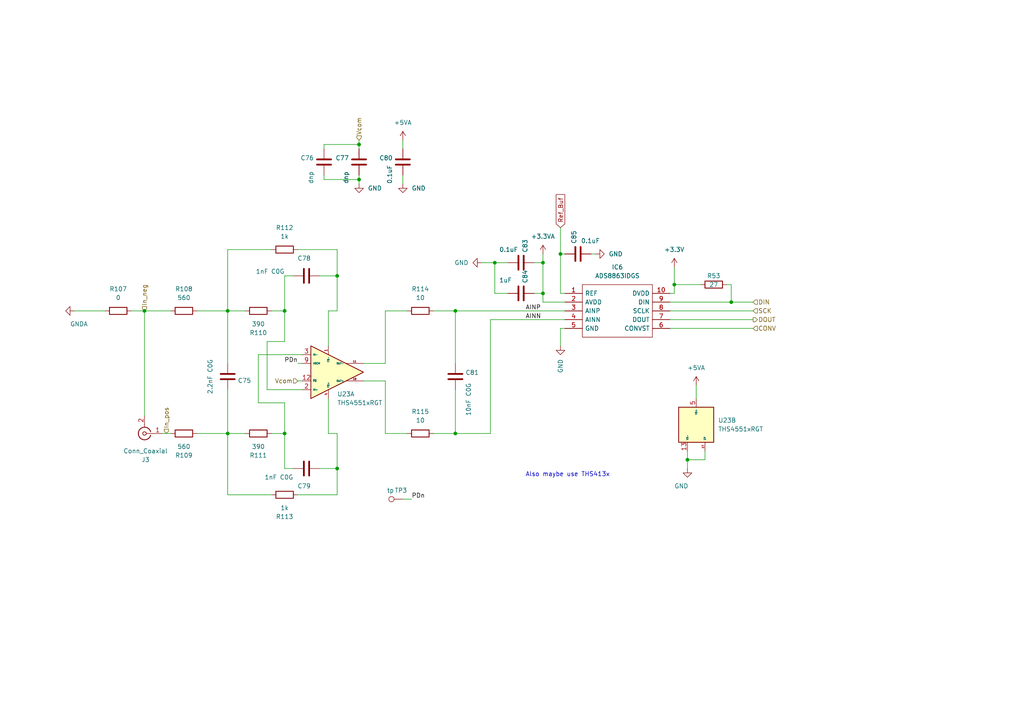
<source format=kicad_sch>
(kicad_sch (version 20211123) (generator eeschema)
  (paper "A4")
  (lib_symbols
    (symbol "Amplifier_Difference:THS4551xRGT"
      (property "Reference" "U" (at 0 6.35 0))
      (property "Value" "THS4551xRGT" (at 10.16 -6.35 0))
      (symbol "THS4551xRGT_1_1"
        (polyline (pts (xy -7.62 7.62) (xy -7.62 -7.62) (xy 7.62 0) (xy -7.62 7.62)) (stroke (width 0.254)) (fill (type background)))
        (pin output line (at -2.54 -7.62 90) (length 2.54) (name "FB-") (number "1"))
        (pin output line (at 7.62 2.54 180) (length 5.08) (name "OUT+") (number "10"))
        (pin output line (at 7.62 -2.54 180) (length 5.08) (name "OUT-") (number "11"))
        (pin input line (at -10.16 2.54 0) (length 2.54) (name "~{PD}") (number "12"))
        (pin input line (at -10.16 5.08 0) (length 2.54) (name "IN+") (number "2"))
        (pin input line (at -10.16 -5.08 0) (length 2.54) (name "IN-") (number "3"))
        (pin output line (at -2.54 7.62 270) (length 2.54) (name "FB+") (number "4"))
        (pin input line (at -10.16 -2.54 0) (length 2.54) (name "VOCM") (number "9"))
      )
      (symbol "THS4551xRGT_2_1"
        (rectangle (start -5.08 5.08) (end 5.08 -5.08) (stroke (width 0.254)) (fill (type background)))
        (pin power_in line (at -2.54 -7.62 90) (length 2.54) (name "VS-") (number "13"))
        (pin passive line (at -2.54 -7.62 90) (length 2.54) hide (name "VS-") (number "14"))
        (pin passive line (at -2.54 -7.62 90) (length 2.54) hide (name "VS-") (number "15"))
        (pin passive line (at -2.54 -7.62 90) (length 2.54) hide (name "VS-") (number "16"))
        (pin passive line (at 2.54 -7.62 90) (length 2.54) (name "EP") (number "17"))
        (pin power_in line (at 0 7.62 270) (length 2.54) (name "VS+") (number "5"))
        (pin passive line (at 0 7.62 270) (length 2.54) hide (name "VS+") (number "6"))
        (pin passive line (at 0 7.62 270) (length 2.54) hide (name "VS+") (number "7"))
        (pin passive line (at 0 7.62 270) (length 2.54) hide (name "VS+") (number "8"))
      )
    )
    (symbol "Connector:Conn_Coaxial" (pin_names (offset 1.016) hide)
      (property "Reference" "J" (at 0.254 3.048 0))
      (property "Value" "Conn_Coaxial" (at 2.921 0 90))
      (symbol "Conn_Coaxial_0_1"
        (arc (start -1.778 -0.508) (mid 0.2311 -1.8066) (end 1.778 0) (stroke (width 0.254)))
        (polyline (pts (xy -2.54 0) (xy -0.508 0)))
        (polyline (pts (xy 0 -2.54) (xy 0 -1.778)))
        (circle (center 0 0) (radius 0.508) (stroke (width 0.2032)))
        (arc (start 1.778 0) (mid 0.2099 1.8101) (end -1.778 0.508) (stroke (width 0.254)))
      )
      (symbol "Conn_Coaxial_1_1"
        (pin passive line (at -5.08 0 0) (length 2.54) (name "In") (number "1"))
        (pin passive line (at 0 -5.08 90) (length 2.54) (name "Ext") (number "2"))
      )
    )
    (symbol "Connector:TestPoint" (pin_numbers hide) (pin_names (offset 0.762) hide)
      (property "Reference" "TP" (at 0 6.858 0))
      (property "Value" "TestPoint" (at 0 5.08 0))
      (symbol "TestPoint_0_1"
        (circle (center 0 3.302) (radius 0.762))
      )
      (symbol "TestPoint_1_1"
        (pin passive line (at 0 0 90) (length 2.54) (name "1") (number "1"))
      )
    )
    (symbol "Device:C" (pin_numbers hide) (pin_names (offset 0.254))
      (property "Reference" "C" (at 0.635 2.54 0))
      (property "Value" "C" (at 0.635 -2.54 0))
      (symbol "C_0_1"
        (polyline (pts (xy -2.032 -0.762) (xy 2.032 -0.762)) (stroke (width 0.508)))
        (polyline (pts (xy -2.032 0.762) (xy 2.032 0.762)) (stroke (width 0.508)))
      )
      (symbol "C_1_1"
        (pin passive line (at 0 3.81 270) (length 2.794) (name "~") (number "1"))
        (pin passive line (at 0 -3.81 90) (length 2.794) (name "~") (number "2"))
      )
    )
    (symbol "Device:R" (pin_numbers hide) (pin_names (offset 0))
      (property "Reference" "R" (at 2.032 0 90))
      (property "Value" "R" (at 0 0 90))
      (symbol "R_0_1"
        (rectangle (start -1.016 -2.54) (end 1.016 2.54) (stroke (width 0.254)))
      )
      (symbol "R_1_1"
        (pin passive line (at 0 3.81 270) (length 1.27) (name "~") (number "1"))
        (pin passive line (at 0 -3.81 90) (length 1.27) (name "~") (number "2"))
      )
    )
    (symbol "SamacSys_Parts:ADS8863IDGS" (pin_names (offset 0.762))
      (property "Reference" "IC" (at 26.67 7.62 0))
      (property "Value" "ADS8863IDGS" (at 26.67 5.08 0))
      (symbol "ADS8863IDGS_0_0"
        (pin passive line (at 0 0 0) (length 5.08) (name "REF") (number "1"))
        (pin passive line (at 30.48 0 180) (length 5.08) (name "DVDD") (number "10"))
        (pin passive line (at 0 -2.54 0) (length 5.08) (name "AVDD") (number "2"))
        (pin passive line (at 0 -5.08 0) (length 5.08) (name "AINP") (number "3"))
        (pin passive line (at 0 -7.62 0) (length 5.08) (name "AINN") (number "4"))
        (pin passive line (at 0 -10.16 0) (length 5.08) (name "GND") (number "5"))
        (pin passive line (at 30.48 -10.16 180) (length 5.08) (name "CONVST") (number "6"))
        (pin passive line (at 30.48 -7.62 180) (length 5.08) (name "DOUT") (number "7"))
        (pin passive line (at 30.48 -5.08 180) (length 5.08) (name "SCLK") (number "8"))
        (pin passive line (at 30.48 -2.54 180) (length 5.08) (name "DIN") (number "9"))
      )
      (symbol "ADS8863IDGS_0_1"
        (polyline (pts (xy 5.08 2.54) (xy 25.4 2.54) (xy 25.4 -12.7) (xy 5.08 -12.7) (xy 5.08 2.54)) (stroke (width 0.1524)))
      )
    )
    (symbol "power:+3.3V" (power) (pin_names (offset 0))
      (property "Value" "+3.3V" (at 0 3.556 0))
      (symbol "+3.3V_0_1"
        (polyline (pts (xy -0.762 1.27) (xy 0 2.54)))
        (polyline (pts (xy 0 0) (xy 0 2.54)))
        (polyline (pts (xy 0 2.54) (xy 0.762 1.27)))
      )
      (symbol "+3.3V_1_1"
        (pin power_in line (at 0 0 90) (length 0) hide (name "+3.3V") (number "1"))
      )
    )
    (symbol "power:+3.3VA" (power) (pin_names (offset 0))
      (property "Value" "+3.3VA" (at 0 3.556 0))
      (symbol "+3.3VA_0_1"
        (polyline (pts (xy -0.762 1.27) (xy 0 2.54)))
        (polyline (pts (xy 0 0) (xy 0 2.54)))
        (polyline (pts (xy 0 2.54) (xy 0.762 1.27)))
      )
      (symbol "+3.3VA_1_1"
        (pin power_in line (at 0 0 90) (length 0) hide (name "+3.3VA") (number "1"))
      )
    )
    (symbol "power:+5VA" (power) (pin_names (offset 0))
      (property "Value" "+5VA" (at 0 3.556 0))
      (symbol "+5VA_0_1"
        (polyline (pts (xy -0.762 1.27) (xy 0 2.54)))
        (polyline (pts (xy 0 0) (xy 0 2.54)))
        (polyline (pts (xy 0 2.54) (xy 0.762 1.27)))
      )
      (symbol "+5VA_1_1"
        (pin power_in line (at 0 0 90) (length 0) hide (name "+5VA") (number "1"))
      )
    )
    (symbol "power:GND" (power) (pin_names (offset 0))
      (property "Value" "GND" (at 0 -3.81 0))
      (symbol "GND_0_1"
        (polyline (pts (xy 0 0) (xy 0 -1.27) (xy 1.27 -1.27) (xy 0 -2.54) (xy -1.27 -1.27) (xy 0 -1.27)))
      )
      (symbol "GND_1_1"
        (pin power_in line (at 0 0 270) (length 0) hide (name "GND") (number "1"))
      )
    )
    (symbol "power:GNDA" (power) (pin_names (offset 0))
      (property "Value" "GNDA" (at 0 -3.81 0))
      (symbol "GNDA_0_1"
        (polyline (pts (xy 0 0) (xy 0 -1.27) (xy 1.27 -1.27) (xy 0 -2.54) (xy -1.27 -1.27) (xy 0 -1.27)))
      )
      (symbol "GNDA_1_1"
        (pin power_in line (at 0 0 270) (length 0) hide (name "GNDA") (number "1"))
      )
    )
  )
  (junction (at 132.08 90.17))
  (junction (at 157.48 85.09))
  (junction (at 104.14 41.91))
  (junction (at 97.79 80.01))
  (junction (at 143.51 76.2))
  (junction (at 157.48 76.2))
  (junction (at 66.04 90.17))
  (junction (at 132.08 125.73))
  (junction (at 162.56 73.66))
  (junction (at 97.79 135.89))
  (junction (at 41.91 90.17))
  (junction (at 82.55 125.73))
  (junction (at 199.39 133.35))
  (junction (at 195.58 82.55))
  (junction (at 82.55 90.17))
  (junction (at 66.04 125.73))
  (junction (at 104.14 52.07))
  (junction (at 212.09 87.63))
  (wire (pts (xy 93.98 52.07) (xy 104.14 52.07)))
  (wire (pts (xy 194.31 95.25) (xy 218.44 95.25)))
  (wire (pts (xy 66.04 72.39) (xy 66.04 90.17)))
  (wire (pts (xy 199.39 133.35) (xy 199.39 130.81)))
  (wire (pts (xy 204.47 133.35) (xy 204.47 130.81)))
  (wire (pts (xy 195.58 85.09) (xy 194.31 85.09)))
  (wire (pts (xy 157.48 73.66) (xy 157.48 76.2)))
  (wire (pts (xy 119.38 144.78) (xy 116.84 144.78)))
  (wire (pts (xy 162.56 95.25) (xy 163.83 95.25)))
  (wire (pts (xy 46.99 125.73) (xy 49.53 125.73)))
  (wire (pts (xy 77.47 99.06) (xy 77.47 113.03)))
  (wire (pts (xy 95.25 125.73) (xy 97.79 125.73)))
  (wire (pts (xy 66.04 90.17) (xy 71.12 90.17)))
  (wire (pts (xy 143.51 76.2) (xy 143.51 85.09)))
  (wire (pts (xy 66.04 113.03) (xy 66.04 125.73)))
  (wire (pts (xy 93.98 41.91) (xy 104.14 41.91)))
  (wire (pts (xy 21.59 90.17) (xy 30.48 90.17)))
  (wire (pts (xy 57.15 125.73) (xy 66.04 125.73)))
  (wire (pts (xy 93.98 50.8) (xy 93.98 52.07)))
  (wire (pts (xy 95.25 90.17) (xy 97.79 90.17)))
  (wire (pts (xy 162.56 85.09) (xy 163.83 85.09)))
  (wire (pts (xy 82.55 99.06) (xy 77.47 99.06)))
  (wire (pts (xy 38.1 90.17) (xy 41.91 90.17)))
  (wire (pts (xy 132.08 113.03) (xy 132.08 125.73)))
  (wire (pts (xy 194.31 87.63) (xy 212.09 87.63)))
  (wire (pts (xy 93.98 43.18) (xy 93.98 41.91)))
  (wire (pts (xy 66.04 105.41) (xy 66.04 90.17)))
  (wire (pts (xy 163.83 73.66) (xy 162.56 73.66)))
  (wire (pts (xy 92.71 80.01) (xy 97.79 80.01)))
  (wire (pts (xy 162.56 73.66) (xy 162.56 85.09)))
  (wire (pts (xy 92.71 135.89) (xy 97.79 135.89)))
  (wire (pts (xy 82.55 116.84) (xy 82.55 125.73)))
  (wire (pts (xy 104.14 53.34) (xy 104.14 52.07)))
  (wire (pts (xy 143.51 76.2) (xy 147.32 76.2)))
  (wire (pts (xy 111.76 125.73) (xy 118.11 125.73)))
  (wire (pts (xy 111.76 90.17) (xy 118.11 90.17)))
  (wire (pts (xy 199.39 133.35) (xy 204.47 133.35)))
  (wire (pts (xy 95.25 115.57) (xy 95.25 125.73)))
  (wire (pts (xy 66.04 143.51) (xy 78.74 143.51)))
  (wire (pts (xy 77.47 113.03) (xy 87.63 113.03)))
  (wire (pts (xy 210.82 82.55) (xy 212.09 82.55)))
  (wire (pts (xy 41.91 90.17) (xy 49.53 90.17)))
  (wire (pts (xy 104.14 43.18) (xy 104.14 41.91)))
  (wire (pts (xy 132.08 90.17) (xy 132.08 105.41)))
  (wire (pts (xy 125.73 90.17) (xy 132.08 90.17)))
  (wire (pts (xy 97.79 72.39) (xy 97.79 80.01)))
  (wire (pts (xy 132.08 125.73) (xy 125.73 125.73)))
  (wire (pts (xy 105.41 105.41) (xy 111.76 105.41)))
  (wire (pts (xy 142.24 125.73) (xy 132.08 125.73)))
  (wire (pts (xy 203.2 82.55) (xy 195.58 82.55)))
  (wire (pts (xy 86.36 110.49) (xy 87.63 110.49)))
  (wire (pts (xy 157.48 76.2) (xy 154.94 76.2)))
  (wire (pts (xy 172.72 73.66) (xy 171.45 73.66)))
  (wire (pts (xy 111.76 110.49) (xy 111.76 125.73)))
  (wire (pts (xy 66.04 72.39) (xy 78.74 72.39)))
  (wire (pts (xy 195.58 82.55) (xy 195.58 85.09)))
  (wire (pts (xy 86.36 143.51) (xy 97.79 143.51)))
  (wire (pts (xy 82.55 90.17) (xy 82.55 99.06)))
  (wire (pts (xy 82.55 135.89) (xy 82.55 125.73)))
  (wire (pts (xy 194.31 90.17) (xy 218.44 90.17)))
  (wire (pts (xy 66.04 125.73) (xy 71.12 125.73)))
  (wire (pts (xy 95.25 90.17) (xy 95.25 100.33)))
  (wire (pts (xy 194.31 92.71) (xy 218.44 92.71)))
  (wire (pts (xy 78.74 125.73) (xy 82.55 125.73)))
  (wire (pts (xy 162.56 66.04) (xy 162.56 73.66)))
  (wire (pts (xy 97.79 135.89) (xy 97.79 125.73)))
  (wire (pts (xy 195.58 77.47) (xy 195.58 82.55)))
  (wire (pts (xy 87.63 102.87) (xy 74.93 102.87)))
  (wire (pts (xy 163.83 92.71) (xy 142.24 92.71)))
  (wire (pts (xy 104.14 52.07) (xy 104.14 50.8)))
  (wire (pts (xy 74.93 116.84) (xy 82.55 116.84)))
  (wire (pts (xy 157.48 76.2) (xy 157.48 85.09)))
  (wire (pts (xy 78.74 90.17) (xy 82.55 90.17)))
  (wire (pts (xy 132.08 90.17) (xy 163.83 90.17)))
  (wire (pts (xy 74.93 102.87) (xy 74.93 116.84)))
  (wire (pts (xy 111.76 105.41) (xy 111.76 90.17)))
  (wire (pts (xy 104.14 41.91) (xy 104.14 40.64)))
  (wire (pts (xy 57.15 90.17) (xy 66.04 90.17)))
  (wire (pts (xy 87.63 105.41) (xy 86.36 105.41)))
  (wire (pts (xy 116.84 43.18) (xy 116.84 40.64)))
  (wire (pts (xy 154.94 85.09) (xy 157.48 85.09)))
  (wire (pts (xy 66.04 143.51) (xy 66.04 125.73)))
  (wire (pts (xy 162.56 95.25) (xy 162.56 100.33)))
  (wire (pts (xy 86.36 72.39) (xy 97.79 72.39)))
  (wire (pts (xy 97.79 143.51) (xy 97.79 135.89)))
  (wire (pts (xy 82.55 80.01) (xy 82.55 90.17)))
  (wire (pts (xy 201.93 111.76) (xy 201.93 115.57)))
  (wire (pts (xy 105.41 110.49) (xy 111.76 110.49)))
  (wire (pts (xy 85.09 135.89) (xy 82.55 135.89)))
  (wire (pts (xy 116.84 53.34) (xy 116.84 50.8)))
  (wire (pts (xy 157.48 85.09) (xy 157.48 87.63)))
  (wire (pts (xy 212.09 87.63) (xy 218.44 87.63)))
  (wire (pts (xy 142.24 92.71) (xy 142.24 125.73)))
  (wire (pts (xy 41.91 120.65) (xy 41.91 90.17)))
  (wire (pts (xy 85.09 80.01) (xy 82.55 80.01)))
  (wire (pts (xy 199.39 135.89) (xy 199.39 133.35)))
  (wire (pts (xy 139.7 76.2) (xy 143.51 76.2)))
  (wire (pts (xy 157.48 87.63) (xy 163.83 87.63)))
  (wire (pts (xy 143.51 85.09) (xy 147.32 85.09)))
  (wire (pts (xy 97.79 80.01) (xy 97.79 90.17)))
  (wire (pts (xy 212.09 82.55) (xy 212.09 87.63)))
  (text "Also maybe use THS413x" (at 152.4 138.43 0) (effects (font (size 1.27 1.27)) (justify left bottom)))
  (label "PDn" (at 119.38 144.78 0))
  (label "AINN" (at 152.4 92.71 0))
  (label "AINP" (at 152.4 90.17 0))
  (label "PDn" (at 86.36 105.41 180))
  (global_label "Ref_Buf" (shape input) (at 162.56 66.04 90) (property "Intersheet References" "${INTERSHEET_REFS}" (effects hide)))
  (hierarchical_label "Vcom" (shape input) (at 104.14 40.64 90))
  (hierarchical_label "DIN" (shape input) (at 218.44 87.63 0))
  (hierarchical_label "In_pos" (shape input) (at 48.26 125.73 90))
  (hierarchical_label "Vcom" (shape input) (at 86.36 110.49 180))
  (hierarchical_label "SCK" (shape input) (at 218.44 90.17 0))
  (hierarchical_label "In_neg" (shape input) (at 41.91 90.17 90))
  (hierarchical_label "CONV" (shape input) (at 218.44 95.25 0))
  (hierarchical_label "DOUT" (shape output) (at 218.44 92.71 0))
  (symbol (lib_id "power:+3.3VA") (at 157.48 73.66 0) (unit 1)
    (property "Reference" "#PWR0173" (effects hide))
    (property "Value" "+3.3VA" (at 157.48 68.58 0))
  )
  (symbol (lib_id "Device:R") (at 82.55 72.39 270) (mirror x) (unit 1)
    (property "Reference" "R112" (at 82.55 66.04 90))
    (property "Value" "1k" (at 82.55 68.58 90))
    (property "Footprint" "Resistor_SMD:R_0805_2012Metric" (effects hide))
  )
  (symbol (lib_id "power:+5VA") (at 201.93 111.76 0) (mirror y) (unit 1)
    (property "Reference" "#PWR04" (effects hide))
    (property "Value" "+5VA" (at 201.93 106.68 0))
  )
  (symbol (lib_id "Device:R") (at 121.92 90.17 270) (unit 1)
    (property "Reference" "R114" (at 121.92 83.82 90))
    (property "Value" "10" (at 121.92 86.36 90))
    (property "Footprint" "Resistor_SMD:R_0805_2012Metric" (effects hide))
  )
  (symbol (lib_id "Device:C") (at 167.64 73.66 90) (unit 1)
    (property "Reference" "C85" (at 166.4716 70.739 0) (effects (justify left)))
    (property "Value" "0.1uF" (at 173.99 69.85 90) (effects (justify left)))
    (property "Footprint" "Capacitor_SMD:C_0603_1608Metric_Pad1.08x0.95mm_HandSolder" (effects hide))
  )
  (symbol (lib_id "Device:C") (at 151.13 85.09 270) (mirror x) (unit 1)
    (property "Reference" "C84" (at 152.2984 82.169 0) (effects (justify left)))
    (property "Value" "1uF" (at 144.78 81.28 90) (effects (justify left)))
    (property "Footprint" "Capacitor_SMD:C_0805_2012Metric" (effects hide))
  )
  (symbol (lib_id "Device:C") (at 88.9 135.89 90) (mirror x) (unit 1)
    (property "Reference" "C79" (at 90.17 140.97 90) (effects (justify left)))
    (property "Value" "1nF C0G" (at 85.09 138.43 90) (effects (justify left)))
    (property "Footprint" "Capacitor_SMD:C_0805_2012Metric" (effects hide))
  )
  (symbol (lib_id "Device:R") (at 82.55 143.51 270) (unit 1)
    (property "Reference" "R113" (at 82.55 149.86 90))
    (property "Value" "1k" (at 82.55 147.32 90))
    (property "Footprint" "Resistor_SMD:R_0805_2012Metric" (effects hide))
  )
  (symbol (lib_id "Device:R") (at 74.93 125.73 270) (unit 1)
    (property "Reference" "R111" (at 74.93 132.08 90))
    (property "Value" "390" (at 74.93 129.54 90))
    (property "Footprint" "Resistor_SMD:R_0805_2012Metric" (effects hide))
  )
  (symbol (lib_id "Amplifier_Difference:THS4551xRGT") (at 97.79 107.95 0) (mirror x) (unit 1)
    (property "Reference" "U23" (at 97.79 114.3 0) (effects (justify left)))
    (property "Value" "THS4551xRGT" (at 97.79 116.84 0) (effects (justify left)))
    (property "Footprint" "Package_DFN_QFN:VQFN-16-1EP_3x3mm_P0.5mm_EP1.68x1.68mm" (effects hide))
    (property "Datasheet" "https://www.ti.com/lit/ds/symlink/ths4551.pdf" (effects hide))
  )
  (symbol (lib_id "Amplifier_Difference:THS4551xRGT") (at 201.93 123.19 0) (unit 2)
    (property "Reference" "U23" (at 208.28 121.9199 0) (effects (justify left)))
    (property "Value" "THS4551xRGT" (at 208.28 124.4599 0) (effects (justify left)))
    (property "Footprint" "Package_DFN_QFN:VQFN-16-1EP_3x3mm_P0.5mm_EP1.68x1.68mm" (effects hide))
    (property "Datasheet" "https://www.ti.com/lit/ds/symlink/ths4551.pdf" (effects hide))
  )
  (symbol (lib_id "power:GNDA") (at 21.59 90.17 270) (mirror x) (unit 1)
    (property "Reference" "#PWR01" (effects hide))
    (property "Value" "GNDA" (at 20.32 93.98 90) (effects (justify left)))
  )
  (symbol (lib_id "Device:C") (at 116.84 46.99 0) (mirror y) (unit 1)
    (property "Reference" "C80" (at 113.919 45.8216 0) (effects (justify left)))
    (property "Value" "0.1uF" (at 113.03 53.34 90) (effects (justify left)))
    (property "Footprint" "Capacitor_SMD:C_0603_1608Metric_Pad1.08x0.95mm_HandSolder" (effects hide))
  )
  (symbol (lib_id "power:GND") (at 172.72 73.66 90) (unit 1)
    (property "Reference" "#PWR011" (effects hide))
    (property "Value" "GND" (at 176.53 73.6599 90) (effects (justify right)))
  )
  (symbol (lib_id "Device:R") (at 74.93 90.17 270) (mirror x) (unit 1)
    (property "Reference" "R110" (at 74.93 96.52 90))
    (property "Value" "390" (at 74.93 93.98 90))
    (property "Footprint" "Resistor_SMD:R_0805_2012Metric" (effects hide))
  )
  (symbol (lib_id "power:GND") (at 199.39 135.89 0) (mirror y) (unit 1)
    (property "Reference" "#PWR03" (effects hide))
    (property "Value" "GND" (at 195.58 140.97 0) (effects (justify right)))
  )
  (symbol (lib_id "power:GND") (at 116.84 53.34 0) (unit 1)
    (property "Reference" "#PWR06" (effects hide))
    (property "Value" "GND" (at 119.38 54.6099 0) (effects (justify left)))
  )
  (symbol (lib_id "power:GND") (at 104.14 53.34 0) (unit 1)
    (property "Reference" "#PWR02" (effects hide))
    (property "Value" "GND" (at 106.68 54.6099 0) (effects (justify left)))
  )
  (symbol (lib_id "Device:R") (at 207.01 82.55 90) (unit 1)
    (property "Reference" "R53" (at 207.01 80.01 90))
    (property "Value" "27" (at 207.01 82.55 90))
    (property "Footprint" "Resistor_SMD:R_0603_1608Metric_Pad0.98x0.95mm_HandSolder" (effects hide))
  )
  (symbol (lib_id "Device:C") (at 66.04 109.22 0) (mirror x) (unit 1)
    (property "Reference" "C75" (at 68.961 110.3884 0) (effects (justify left)))
    (property "Value" "2.2nF C0G" (at 60.96 104.14 90) (effects (justify left)))
    (property "Footprint" "Capacitor_SMD:C_0805_2012Metric" (effects hide))
  )
  (symbol (lib_id "Device:R") (at 34.29 90.17 270) (unit 1)
    (property "Reference" "R107" (at 34.29 83.82 90))
    (property "Value" "0" (at 34.29 86.36 90))
    (property "Footprint" "Resistor_SMD:R_0805_2012Metric" (effects hide))
  )
  (symbol (lib_id "power:GND") (at 139.7 76.2 270) (unit 1)
    (property "Reference" "#PWR08" (effects hide))
    (property "Value" "GND" (at 135.89 76.2001 90) (effects (justify right)))
  )
  (symbol (lib_id "Connector:TestPoint") (at 116.84 144.78 90) (unit 1)
    (property "Reference" "TP3" (at 118.11 142.24 90) (effects (justify left)))
    (property "Value" "tp" (at 114.3 142.24 90) (effects (justify left)))
    (property "Footprint" "TestPoint:TestPoint_Pad_D1.0mm" (effects hide))
  )
  (symbol (lib_id "Device:R") (at 53.34 90.17 270) (mirror x) (unit 1)
    (property "Reference" "R108" (at 53.34 83.82 90))
    (property "Value" "560" (at 53.34 86.36 90))
    (property "Footprint" "Resistor_SMD:R_0805_2012Metric" (effects hide))
  )
  (symbol (lib_id "Device:C") (at 88.9 80.01 90) (unit 1)
    (property "Reference" "C78" (at 90.17 74.93 90) (effects (justify left)))
    (property "Value" "1nF C0G" (at 82.55 78.74 90) (effects (justify left)))
    (property "Footprint" "Capacitor_SMD:C_0805_2012Metric" (effects hide))
  )
  (symbol (lib_id "Connector:Conn_Coaxial") (at 41.91 125.73 180) (unit 1)
    (property "Reference" "J3" (at 42.2274 133.35 0))
    (property "Value" "Conn_Coaxial" (at 42.2274 130.81 0))
    (property "Footprint" "Connector_Coaxial:SMA_Amphenol_132134_Vertical" (effects hide))
    (property "Datasheet" " ~" (effects hide))
  )
  (symbol (lib_id "power:+3.3V") (at 195.58 77.47 0) (unit 1)
    (property "Reference" "#PWR012" (effects hide))
    (property "Value" "+3.3V" (at 195.58 72.39 0))
  )
  (symbol (lib_id "Device:C") (at 104.14 46.99 0) (mirror y) (unit 1)
    (property "Reference" "C77" (at 101.219 45.8216 0) (effects (justify left)))
    (property "Value" "dnp" (at 100.33 53.34 90) (effects (justify left)))
    (property "Footprint" "Capacitor_SMD:C_0603_1608Metric_Pad1.08x0.95mm_HandSolder" (effects hide))
  )
  (symbol (lib_id "power:GND") (at 162.56 100.33 0) (unit 1)
    (property "Reference" "#PWR010" (effects hide))
    (property "Value" "GND" (at 162.5601 104.14 90) (effects (justify right)))
  )
  (symbol (lib_id "power:+5VA") (at 116.84 40.64 0) (unit 1)
    (property "Reference" "#PWR05" (effects hide))
    (property "Value" "+5VA" (at 116.84 35.56 0))
  )
  (symbol (lib_id "Device:R") (at 53.34 125.73 270) (unit 1)
    (property "Reference" "R109" (at 53.34 132.08 90))
    (property "Value" "560" (at 53.34 129.54 90))
    (property "Footprint" "Resistor_SMD:R_0805_2012Metric" (effects hide))
  )
  (symbol (lib_id "Device:C") (at 132.08 109.22 0) (unit 1)
    (property "Reference" "C81" (at 135.001 108.0516 0) (effects (justify left)))
    (property "Value" "10nF C0G" (at 135.89 120.65 90) (effects (justify left)))
    (property "Footprint" "Capacitor_SMD:C_0805_2012Metric" (effects hide))
  )
  (symbol (lib_id "Device:C") (at 93.98 46.99 0) (mirror y) (unit 1)
    (property "Reference" "C76" (at 91.059 45.8216 0) (effects (justify left)))
    (property "Value" "dnp" (at 90.17 53.34 90) (effects (justify left)))
    (property "Footprint" "Capacitor_SMD:C_0603_1608Metric_Pad1.08x0.95mm_HandSolder" (effects hide))
  )
  (symbol (lib_id "Device:C") (at 151.13 76.2 270) (mirror x) (unit 1)
    (property "Reference" "C83" (at 152.2984 73.279 0) (effects (justify left)))
    (property "Value" "0.1uF" (at 144.78 72.39 90) (effects (justify left)))
    (property "Footprint" "Capacitor_SMD:C_0603_1608Metric_Pad1.08x0.95mm_HandSolder" (effects hide))
  )
  (symbol (lib_id "SamacSys_Parts:ADS8863IDGS") (at 163.83 85.09 0) (unit 1)
    (property "Reference" "IC6" (at 179.07 77.47 0))
    (property "Value" "ADS8863IDGS" (at 179.07 80.01 0))
    (property "Footprint" "SamacSys_Parts:SOP50P490X110-10N" (effects hide))
    (property "Datasheet" "http://www.ti.com/lit/gpn/ADS8863" (effects hide))
    (property "Description" "16-Bit, 680-kSPS, Serial Interface, Micro-Power, Miniature, Differential Input SAR ADC" (effects hide))
    (property "Height" "1.1" (effects hide))
    (property "Mouser Part Number" "595-ADS8863IDGS" (effects hide))
    (property "Mouser Price/Stock" "https://www.mouser.com/Search/Refine.aspx?Keyword=595-ADS8863IDGS" (effects hide))
    (property "Manufacturer_Name" "Texas Instruments" (effects hide))
    (property "Manufacturer_Part_Number" "ADS8863IDGS" (effects hide))
  )
  (symbol (lib_id "Device:R") (at 121.92 125.73 270) (unit 1)
    (property "Reference" "R115" (at 121.92 119.38 90))
    (property "Value" "10" (at 121.92 121.92 90))
    (property "Footprint" "Resistor_SMD:R_0805_2012Metric" (effects hide))
  )
)
</source>
